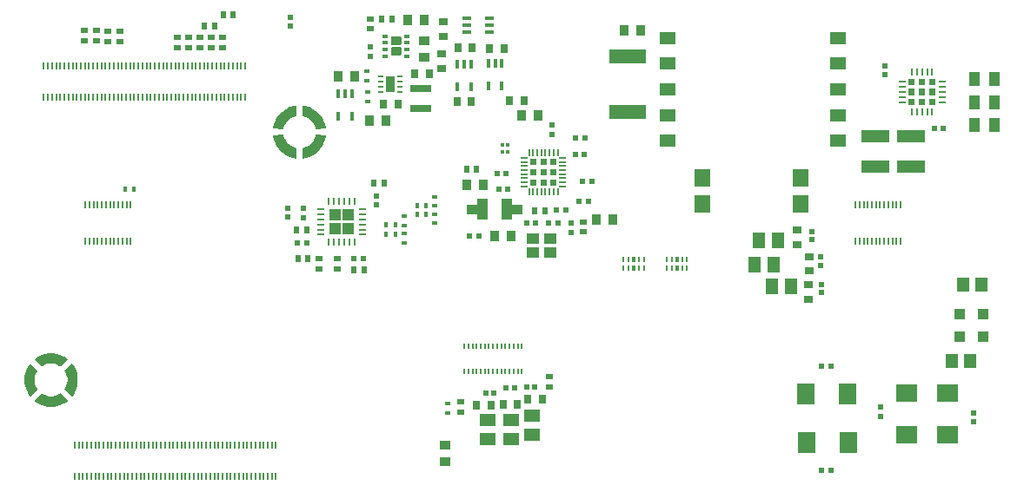
<source format=gtp>
G04*
G04 #@! TF.GenerationSoftware,Altium Limited,Altium Designer,20.0.13 (296)*
G04*
G04 Layer_Color=8421504*
%FSLAX44Y44*%
%MOMM*%
G71*
G01*
G75*
%ADD20R,0.6200X0.6200*%
%ADD21R,0.9000X1.0000*%
%ADD22R,0.6200X0.6200*%
%ADD23R,0.5500X0.6500*%
%ADD24R,0.5500X0.4500*%
%ADD25R,0.4500X0.5500*%
%ADD26R,0.7000X0.9000*%
%ADD27R,0.5200X0.5200*%
%ADD28R,0.9000X0.7000*%
%ADD29R,0.6500X0.5500*%
%ADD30R,0.2500X0.7000*%
%ADD31R,0.7000X0.2500*%
%ADD32R,2.0000X0.8000*%
%ADD33R,0.5000X0.2800*%
%ADD34R,0.9000X1.6000*%
%ADD35R,2.7000X1.1500*%
%ADD36R,1.5200X1.7800*%
%ADD37R,1.3000X1.5000*%
%ADD38R,1.5000X1.3000*%
%ADD39R,0.3500X0.8500*%
%ADD40R,1.0000X0.9000*%
G04:AMPARAMS|DCode=41|XSize=0.5mm|YSize=0.4mm|CornerRadius=0mm|HoleSize=0mm|Usage=FLASHONLY|Rotation=180.000|XOffset=0mm|YOffset=0mm|HoleType=Round|Shape=RoundedRectangle|*
%AMROUNDEDRECTD41*
21,1,0.5000,0.4000,0,0,180.0*
21,1,0.5000,0.4000,0,0,180.0*
1,1,0.0000,-0.2500,0.2000*
1,1,0.0000,0.2500,0.2000*
1,1,0.0000,0.2500,-0.2000*
1,1,0.0000,-0.2500,-0.2000*
%
%ADD41ROUNDEDRECTD41*%
%ADD42R,0.3600X0.3200*%
%ADD43R,1.0500X1.4000*%
%ADD44R,1.7780X2.1590*%
%ADD45R,0.1500X0.6500*%
%ADD46R,0.2200X0.5000*%
%ADD47R,0.5200X0.5200*%
%ADD48R,0.8500X0.3500*%
%ADD49R,3.5600X1.4000*%
G04:AMPARAMS|DCode=50|XSize=0.2mm|YSize=0.565mm|CornerRadius=0.05mm|HoleSize=0mm|Usage=FLASHONLY|Rotation=0.000|XOffset=0mm|YOffset=0mm|HoleType=Round|Shape=RoundedRectangle|*
%AMROUNDEDRECTD50*
21,1,0.2000,0.4650,0,0,0.0*
21,1,0.1000,0.5650,0,0,0.0*
1,1,0.1000,0.0500,-0.2325*
1,1,0.1000,-0.0500,-0.2325*
1,1,0.1000,-0.0500,0.2325*
1,1,0.1000,0.0500,0.2325*
%
%ADD50ROUNDEDRECTD50*%
G04:AMPARAMS|DCode=51|XSize=0.4mm|YSize=0.565mm|CornerRadius=0.05mm|HoleSize=0mm|Usage=FLASHONLY|Rotation=0.000|XOffset=0mm|YOffset=0mm|HoleType=Round|Shape=RoundedRectangle|*
%AMROUNDEDRECTD51*
21,1,0.4000,0.4650,0,0,0.0*
21,1,0.3000,0.5650,0,0,0.0*
1,1,0.1000,0.1500,-0.2325*
1,1,0.1000,-0.1500,-0.2325*
1,1,0.1000,-0.1500,0.2325*
1,1,0.1000,0.1500,0.2325*
%
%ADD51ROUNDEDRECTD51*%
%ADD52R,1.5500X1.2700*%
%ADD53R,0.2500X0.7500*%
%ADD54R,0.7500X0.2500*%
%ADD55R,1.1500X1.4500*%
%ADD56R,1.2000X1.0000*%
%ADD57R,1.0000X2.0000*%
%ADD58R,0.1800X0.7000*%
%ADD59R,2.1590X1.7780*%
%ADD60O,0.7000X0.2000*%
%ADD61O,0.2000X0.7000*%
%ADD62R,1.0000X1.0000*%
G36*
X469414Y461432D02*
X469696Y461151D01*
X469848Y460783D01*
Y460584D01*
Y454584D01*
Y454385D01*
X469696Y454018D01*
X469414Y453737D01*
X469047Y453584D01*
X460649D01*
X460282Y453737D01*
X460000Y454018D01*
X459848Y454385D01*
Y454584D01*
Y460584D01*
Y460783D01*
X460000Y461151D01*
X460282Y461432D01*
X460649Y461584D01*
X469047D01*
X469414Y461432D01*
D02*
G37*
G36*
Y450932D02*
X469696Y450651D01*
X469848Y450283D01*
Y450084D01*
Y444084D01*
Y443885D01*
X469696Y443518D01*
X469414Y443237D01*
X469047Y443084D01*
X460649D01*
X460282Y443237D01*
X460000Y443518D01*
X459848Y443885D01*
Y444084D01*
Y450084D01*
Y450283D01*
X460000Y450651D01*
X460282Y450932D01*
X460649Y451084D01*
X469047D01*
X469414Y450932D01*
D02*
G37*
G36*
X990000Y414500D02*
X984000D01*
Y420500D01*
X990000D01*
Y414500D01*
D02*
G37*
G36*
X980000D02*
X974000D01*
Y420500D01*
X980000D01*
Y414500D01*
D02*
G37*
G36*
X970000D02*
X964000D01*
Y420500D01*
X970000D01*
Y414500D01*
D02*
G37*
G36*
X990000Y404500D02*
X984000D01*
Y410500D01*
X990000D01*
Y404500D01*
D02*
G37*
G36*
X980000D02*
X974000D01*
Y410500D01*
X980000D01*
Y404500D01*
D02*
G37*
G36*
X970000D02*
X964000D01*
Y410500D01*
X970000D01*
Y404500D01*
D02*
G37*
G36*
X990000Y394500D02*
X984000D01*
Y400500D01*
X990000D01*
Y394500D01*
D02*
G37*
G36*
X980000D02*
X974000D01*
Y400500D01*
X980000D01*
Y394500D01*
D02*
G37*
G36*
X970000D02*
X964000D01*
Y400500D01*
X970000D01*
Y394500D01*
D02*
G37*
G36*
X376063Y394043D02*
X380206Y392816D01*
X384090Y390922D01*
X387607Y388412D01*
X390662Y385357D01*
X393172Y381839D01*
X395066Y377956D01*
X396293Y373813D01*
X396556Y371669D01*
X386507Y371278D01*
Y371278D01*
X386249Y372472D01*
X385464Y374784D01*
X384337Y376949D01*
X382894Y378918D01*
X381168Y380644D01*
X379199Y382087D01*
X377034Y383214D01*
X374722Y383999D01*
X373528Y384257D01*
X373919Y394306D01*
X376063Y394043D01*
D02*
G37*
G36*
X367972Y384257D02*
X366778Y383999D01*
X364466Y383214D01*
X362301Y382087D01*
X360332Y380644D01*
X358606Y378918D01*
X357163Y376949D01*
X356036Y374784D01*
X355251Y372472D01*
X354993Y371278D01*
X344944Y371669D01*
X344944D01*
X345207Y373813D01*
X346434Y377956D01*
X348328Y381839D01*
X350838Y385357D01*
X353893Y388412D01*
X357411Y390922D01*
X361294Y392816D01*
X365437Y394043D01*
X367581Y394306D01*
X367972Y384257D01*
D02*
G37*
G36*
X396556Y365331D02*
Y365331D01*
X396293Y363187D01*
X395066Y359044D01*
X393172Y355161D01*
X390662Y351643D01*
X387607Y348587D01*
X384090Y346078D01*
X380206Y344184D01*
X376063Y342957D01*
X373919Y342694D01*
X373528Y352743D01*
X373528D01*
X373528Y352743D01*
Y352743D01*
X374722Y353001D01*
X377034Y353786D01*
X379199Y354913D01*
X381168Y356356D01*
X382894Y358082D01*
X384337Y360051D01*
X385464Y362216D01*
X386249Y364528D01*
X386507Y365722D01*
X396556Y365331D01*
D02*
G37*
G36*
X354993Y365722D02*
X355251Y364528D01*
X356036Y362216D01*
X357163Y360051D01*
X358606Y358082D01*
X360332Y356356D01*
X362301Y354913D01*
X364466Y353786D01*
X366778Y353001D01*
X367972Y352743D01*
X367581Y342694D01*
X367581Y342694D01*
X365437Y342957D01*
X361294Y344184D01*
X357411Y346078D01*
X353893Y348587D01*
X350838Y351643D01*
X348328Y355161D01*
X346434Y359044D01*
X345207Y363187D01*
X344944Y365331D01*
X354993Y365722D01*
D01*
X354993D01*
X354993D01*
D02*
G37*
G36*
X621230Y336250D02*
X615230D01*
Y342250D01*
X621230D01*
Y336250D01*
D02*
G37*
G36*
X611230D02*
X605230D01*
Y342250D01*
X611230D01*
Y336250D01*
D02*
G37*
G36*
X601230D02*
X595230D01*
Y342250D01*
X601230D01*
Y336250D01*
D02*
G37*
G36*
X621230Y326250D02*
X615230D01*
Y332250D01*
X621230D01*
Y326250D01*
D02*
G37*
G36*
X611230D02*
X605230D01*
Y332250D01*
X611230D01*
Y326250D01*
D02*
G37*
G36*
X601230D02*
X595230D01*
Y332250D01*
X601230D01*
Y326250D01*
D02*
G37*
G36*
X621230Y316250D02*
X615230D01*
Y322250D01*
X621230D01*
Y316250D01*
D02*
G37*
G36*
X611230D02*
X605230D01*
Y322250D01*
X611230D01*
Y316250D01*
D02*
G37*
G36*
X601230D02*
X595230D01*
Y322250D01*
X601230D01*
Y316250D01*
D02*
G37*
G36*
X587750Y288500D02*
X572250D01*
Y297500D01*
X587750D01*
Y288500D01*
D02*
G37*
G36*
X549250D02*
X533250D01*
Y297500D01*
X549250D01*
Y288500D01*
D02*
G37*
G36*
X423630Y281768D02*
X412631D01*
X412630Y281767D01*
Y292767D01*
X423630D01*
Y281768D01*
D02*
G37*
G36*
X410632Y281767D02*
X410633Y281766D01*
X399633D01*
Y292766D01*
X410632D01*
Y281767D01*
D02*
G37*
G36*
X423629Y268770D02*
X412630D01*
Y279769D01*
X412629Y279770D01*
X423629D01*
Y268770D01*
D02*
G37*
G36*
X410633D02*
X399633D01*
Y279769D01*
X410632D01*
X410633Y279770D01*
Y268770D01*
D02*
G37*
G36*
X135172Y151787D02*
X139257Y150380D01*
X143055Y148318D01*
X144757Y146988D01*
X137927Y139606D01*
X137927D01*
X136901Y140268D01*
X134711Y141348D01*
X132383Y142082D01*
X129971Y142453D01*
X127529D01*
X125117Y142082D01*
X122789Y141348D01*
X120599Y140268D01*
X119573Y139606D01*
X112743Y146988D01*
X114445Y148318D01*
X118243Y150380D01*
X122328Y151787D01*
X126590Y152500D01*
X130910D01*
X135172Y151787D01*
D02*
G37*
G36*
X149238Y142507D02*
X150568Y140805D01*
X152630Y137008D01*
X154037Y132922D01*
X154750Y128660D01*
Y124340D01*
X154037Y120078D01*
X152630Y115992D01*
X150568Y112195D01*
X149238Y110493D01*
X141856Y117323D01*
X142518Y118349D01*
X143598Y120539D01*
X144332Y122867D01*
X144703Y125280D01*
Y127720D01*
X144332Y130133D01*
X143598Y132461D01*
X142518Y134651D01*
X141856Y135677D01*
X149238Y142507D01*
Y142507D01*
D02*
G37*
G36*
X115644Y135677D02*
X115644Y135677D01*
X114982Y134651D01*
X113902Y132461D01*
X113168Y130133D01*
X112797Y127720D01*
Y125280D01*
X113168Y122867D01*
X113902Y120539D01*
X114982Y118349D01*
X115644Y117323D01*
X108262Y110493D01*
X108262D01*
X106932Y112195D01*
X104870Y115992D01*
X103463Y120078D01*
X102750Y124340D01*
Y128660D01*
X103463Y132922D01*
X104870Y137008D01*
X106932Y140805D01*
X108262Y142507D01*
X115644Y135677D01*
D02*
G37*
G36*
X119573Y113394D02*
X120599Y112732D01*
X122789Y111652D01*
X125117Y110918D01*
X127529Y110547D01*
X129971D01*
X132383Y110918D01*
X134711Y111652D01*
X136901Y112732D01*
X137927Y113394D01*
X144757Y106012D01*
X144757Y106012D01*
X143055Y104682D01*
X139257Y102620D01*
X135172Y101213D01*
X130910Y100500D01*
X126590D01*
X122328Y101213D01*
X118243Y102620D01*
X114445Y104682D01*
X112743Y106012D01*
X119573Y113394D01*
Y113394D01*
D02*
G37*
D20*
X879250Y38000D02*
D03*
X888250D02*
D03*
X639776Y362323D02*
D03*
X648776D02*
D03*
X545250Y267000D02*
D03*
X536250D02*
D03*
X432631Y245268D02*
D03*
X423631D02*
D03*
X368500Y260500D02*
D03*
X377500D02*
D03*
X652000Y300750D02*
D03*
X643000D02*
D03*
X629950Y292250D02*
D03*
X620950D02*
D03*
X564859Y313040D02*
D03*
X573859D02*
D03*
X562977Y327674D02*
D03*
X571977D02*
D03*
X648346Y346329D02*
D03*
X639346D02*
D03*
X655597Y320250D02*
D03*
X646597D02*
D03*
X600730Y279250D02*
D03*
X591730D02*
D03*
X613230D02*
D03*
X622230D02*
D03*
X888250Y140100D02*
D03*
X879250D02*
D03*
X997995Y371844D02*
D03*
X988995D02*
D03*
D21*
X587139Y384379D02*
D03*
X603139D02*
D03*
X424250Y423000D02*
D03*
X408250D02*
D03*
X439000Y379750D02*
D03*
X455000D02*
D03*
X476500Y478000D02*
D03*
X492500D02*
D03*
X560500Y267000D02*
D03*
X576500D02*
D03*
X687000Y467500D02*
D03*
X703000D02*
D03*
X676000Y283000D02*
D03*
X660000D02*
D03*
X534037Y317180D02*
D03*
X550037D02*
D03*
D22*
X616815Y366287D02*
D03*
Y375287D02*
D03*
X361750Y480500D02*
D03*
Y471500D02*
D03*
X635000Y270500D02*
D03*
Y279500D02*
D03*
X941000Y424000D02*
D03*
Y433000D02*
D03*
X439848Y442084D02*
D03*
Y451084D02*
D03*
X359042Y285286D02*
D03*
Y294286D02*
D03*
X446000Y306250D02*
D03*
Y297250D02*
D03*
X374883Y285028D02*
D03*
Y294028D02*
D03*
X1027470Y85409D02*
D03*
Y94409D02*
D03*
X936290Y91000D02*
D03*
Y100000D02*
D03*
D23*
X453250Y318601D02*
D03*
X443250D02*
D03*
X434000Y233500D02*
D03*
X424000D02*
D03*
X296239Y482470D02*
D03*
X306239D02*
D03*
X288196Y471498D02*
D03*
X278196D02*
D03*
X450750Y478500D02*
D03*
X460750D02*
D03*
X533250Y332250D02*
D03*
X543250D02*
D03*
X367750Y272500D02*
D03*
X377750D02*
D03*
X379000Y244500D02*
D03*
X369000D02*
D03*
X609564Y291598D02*
D03*
X599564D02*
D03*
D24*
X515388Y94540D02*
D03*
Y103540D02*
D03*
X436750Y398250D02*
D03*
Y407250D02*
D03*
X436140Y418761D02*
D03*
Y427761D02*
D03*
X502631Y279268D02*
D03*
Y288268D02*
D03*
Y305268D02*
D03*
Y296268D02*
D03*
X472750Y277250D02*
D03*
Y286250D02*
D03*
Y260250D02*
D03*
Y269250D02*
D03*
D25*
X209500Y312500D02*
D03*
X200500D02*
D03*
X464250Y277750D02*
D03*
X455250D02*
D03*
X494131Y296768D02*
D03*
X485131D02*
D03*
X494131Y287768D02*
D03*
X485131D02*
D03*
X464250Y268750D02*
D03*
X455250D02*
D03*
D26*
X583000Y103000D02*
D03*
X569000D02*
D03*
X593000Y107500D02*
D03*
X607000D02*
D03*
X466500Y396000D02*
D03*
X452500D02*
D03*
X483049Y425000D02*
D03*
X497049D02*
D03*
X538921Y450539D02*
D03*
X524921D02*
D03*
X538001Y398500D02*
D03*
X524001D02*
D03*
X575250Y398750D02*
D03*
X589250D02*
D03*
X569750Y449607D02*
D03*
X555750D02*
D03*
X543150Y102235D02*
D03*
X557150D02*
D03*
D27*
X870000Y271500D02*
D03*
Y263500D02*
D03*
X878425Y238514D02*
D03*
Y246514D02*
D03*
X879000Y211750D02*
D03*
Y219750D02*
D03*
D28*
X855311Y258885D02*
D03*
Y272885D02*
D03*
X867500Y247000D02*
D03*
Y233000D02*
D03*
X866250Y219250D02*
D03*
Y205250D02*
D03*
X509455Y430750D02*
D03*
Y444750D02*
D03*
X510455Y475965D02*
D03*
Y461964D02*
D03*
D29*
X613855Y130011D02*
D03*
Y120011D02*
D03*
X527363Y94970D02*
D03*
Y104971D02*
D03*
X262500Y450500D02*
D03*
Y460500D02*
D03*
X273500Y450500D02*
D03*
Y460500D02*
D03*
X284750Y450500D02*
D03*
Y460500D02*
D03*
X251500Y450500D02*
D03*
Y460500D02*
D03*
X295500Y450500D02*
D03*
Y460500D02*
D03*
X184000Y467000D02*
D03*
Y457000D02*
D03*
X196000Y467000D02*
D03*
Y457000D02*
D03*
X173000Y467500D02*
D03*
Y457500D02*
D03*
X161500Y467500D02*
D03*
Y457500D02*
D03*
X647000Y280750D02*
D03*
Y270750D02*
D03*
X439500Y469000D02*
D03*
Y479000D02*
D03*
X390131Y245018D02*
D03*
Y235018D02*
D03*
X407381Y245018D02*
D03*
Y235018D02*
D03*
D30*
X967000Y388000D02*
D03*
X972000D02*
D03*
X977000D02*
D03*
X982000D02*
D03*
X987000D02*
D03*
Y427000D02*
D03*
X982000D02*
D03*
X977000D02*
D03*
X972000D02*
D03*
X967000D02*
D03*
D31*
X996500Y397500D02*
D03*
Y402500D02*
D03*
Y407500D02*
D03*
Y412500D02*
D03*
Y417500D02*
D03*
X957500D02*
D03*
Y412500D02*
D03*
Y407500D02*
D03*
Y402500D02*
D03*
Y397500D02*
D03*
D32*
X489000Y391000D02*
D03*
Y411000D02*
D03*
D33*
X468500Y407750D02*
D03*
Y412750D02*
D03*
Y417750D02*
D03*
Y422750D02*
D03*
X449500Y407750D02*
D03*
Y412750D02*
D03*
Y417750D02*
D03*
Y422750D02*
D03*
D34*
X459000Y415250D02*
D03*
D35*
X966250Y334500D02*
D03*
Y364500D02*
D03*
X931500D02*
D03*
Y334500D02*
D03*
D36*
X858580Y298550D02*
D03*
Y323950D02*
D03*
X763380Y298550D02*
D03*
Y323950D02*
D03*
D37*
X832500Y239000D02*
D03*
X813500D02*
D03*
X849500Y217500D02*
D03*
X830500D02*
D03*
X818000Y262500D02*
D03*
X837000D02*
D03*
D38*
X597500Y92000D02*
D03*
Y73000D02*
D03*
X577000Y87500D02*
D03*
Y68500D02*
D03*
X554250Y87500D02*
D03*
Y68500D02*
D03*
D39*
X524501Y412500D02*
D03*
Y434500D02*
D03*
X537501Y412500D02*
D03*
Y434500D02*
D03*
X531001D02*
D03*
X408500Y383500D02*
D03*
Y405500D02*
D03*
X421500Y383500D02*
D03*
Y405500D02*
D03*
X415000D02*
D03*
X554750Y413251D02*
D03*
Y435251D02*
D03*
X567750Y413251D02*
D03*
Y435251D02*
D03*
X561250D02*
D03*
D40*
X492107Y457016D02*
D03*
Y441016D02*
D03*
X512500Y63000D02*
D03*
Y47000D02*
D03*
D41*
X475348Y442584D02*
D03*
Y449084D02*
D03*
Y455584D02*
D03*
Y462084D02*
D03*
X454348D02*
D03*
Y455584D02*
D03*
Y449084D02*
D03*
Y442584D02*
D03*
D42*
X568219Y348924D02*
D03*
X573819D02*
D03*
X568200Y355500D02*
D03*
X573800D02*
D03*
D43*
X1047500Y420000D02*
D03*
X1028500D02*
D03*
Y375000D02*
D03*
X1047500D02*
D03*
X1028500Y397000D02*
D03*
X1047500D02*
D03*
D44*
X904570Y112750D02*
D03*
X863930D02*
D03*
X905300Y65529D02*
D03*
X864660D02*
D03*
D45*
X162229Y297250D02*
D03*
X166229D02*
D03*
X170229D02*
D03*
X174230D02*
D03*
X178230D02*
D03*
X182229D02*
D03*
X186229D02*
D03*
X190229D02*
D03*
X194230D02*
D03*
X198230D02*
D03*
X202229D02*
D03*
X206229D02*
D03*
X162229Y261751D02*
D03*
X166229D02*
D03*
X170229D02*
D03*
X174230D02*
D03*
X178230D02*
D03*
X182229D02*
D03*
X186229D02*
D03*
X190229D02*
D03*
X194230D02*
D03*
X198230D02*
D03*
X202229D02*
D03*
X206229D02*
D03*
X956230Y261750D02*
D03*
X952230D02*
D03*
X948230D02*
D03*
X944230D02*
D03*
X940230D02*
D03*
X936230D02*
D03*
X932230D02*
D03*
X928230D02*
D03*
X924230D02*
D03*
X920230D02*
D03*
X916230D02*
D03*
X912230D02*
D03*
X956230Y297250D02*
D03*
X952230D02*
D03*
X948230D02*
D03*
X944230D02*
D03*
X940230D02*
D03*
X936230D02*
D03*
X932230D02*
D03*
X928230D02*
D03*
X924230D02*
D03*
X920230D02*
D03*
X916230D02*
D03*
X912230D02*
D03*
D46*
X551230Y135120D02*
D03*
X547229D02*
D03*
X531230Y159121D02*
D03*
X535229D02*
D03*
X539230D02*
D03*
X543229D02*
D03*
X547229D02*
D03*
X551230D02*
D03*
X555229D02*
D03*
X559230D02*
D03*
X563229D02*
D03*
X567229D02*
D03*
X571230D02*
D03*
X575229D02*
D03*
X579230D02*
D03*
X583229D02*
D03*
X587229D02*
D03*
Y135120D02*
D03*
X583229D02*
D03*
X579230D02*
D03*
X575229D02*
D03*
X571230D02*
D03*
X567229D02*
D03*
X563229D02*
D03*
X559230D02*
D03*
X555229D02*
D03*
X543229D02*
D03*
X539230D02*
D03*
X535229D02*
D03*
X531230D02*
D03*
D47*
X592000Y120000D02*
D03*
X600000D02*
D03*
X560263Y113788D02*
D03*
X552263D02*
D03*
X580000Y119000D02*
D03*
X572000D02*
D03*
D48*
X533455Y466250D02*
D03*
Y472750D02*
D03*
Y479250D02*
D03*
X555455D02*
D03*
Y472750D02*
D03*
Y466250D02*
D03*
D49*
X690000Y387900D02*
D03*
Y442500D02*
D03*
D50*
X686000Y235575D02*
D03*
X691000D02*
D03*
X701000D02*
D03*
X706000D02*
D03*
Y243925D02*
D03*
X701000D02*
D03*
X691000D02*
D03*
X686000D02*
D03*
X728250Y235900D02*
D03*
X733250D02*
D03*
X743250D02*
D03*
X748250D02*
D03*
Y244250D02*
D03*
X743250D02*
D03*
X733250D02*
D03*
X728250D02*
D03*
D51*
X696000Y235575D02*
D03*
Y243925D02*
D03*
X738250Y235900D02*
D03*
Y244250D02*
D03*
D52*
X895000Y360000D02*
D03*
Y385000D02*
D03*
Y410000D02*
D03*
Y435000D02*
D03*
Y460000D02*
D03*
X729500Y360000D02*
D03*
Y385000D02*
D03*
Y410000D02*
D03*
Y435000D02*
D03*
Y460000D02*
D03*
D53*
X399131Y300768D02*
D03*
X404131D02*
D03*
X409131D02*
D03*
X414131D02*
D03*
X419131D02*
D03*
X424131D02*
D03*
Y260768D02*
D03*
X419131D02*
D03*
X414131D02*
D03*
X409131D02*
D03*
X404131D02*
D03*
X399131D02*
D03*
D54*
X431631Y293268D02*
D03*
Y288268D02*
D03*
Y283268D02*
D03*
Y278268D02*
D03*
Y273268D02*
D03*
Y268268D02*
D03*
X391631D02*
D03*
Y273268D02*
D03*
Y278268D02*
D03*
Y283268D02*
D03*
Y288268D02*
D03*
Y293268D02*
D03*
D55*
X1006068Y144950D02*
D03*
X1024068D02*
D03*
X1017000Y219240D02*
D03*
X1035000D02*
D03*
D56*
X598230Y251250D02*
D03*
X615230Y264250D02*
D03*
X598230D02*
D03*
X615230Y251250D02*
D03*
D57*
X549250Y293000D02*
D03*
X572250D02*
D03*
D58*
X317750Y402100D02*
D03*
X313750D02*
D03*
X309750D02*
D03*
X305750D02*
D03*
X301750D02*
D03*
X297750D02*
D03*
X293750D02*
D03*
X289750D02*
D03*
X285750D02*
D03*
X281750D02*
D03*
X277750D02*
D03*
X273750D02*
D03*
X269750D02*
D03*
X265750D02*
D03*
X261750D02*
D03*
X257750D02*
D03*
X253750D02*
D03*
X249750D02*
D03*
X245750D02*
D03*
X241750D02*
D03*
X237750D02*
D03*
X233750D02*
D03*
X229750D02*
D03*
X225750D02*
D03*
X221750D02*
D03*
X217750D02*
D03*
X213750D02*
D03*
X209750D02*
D03*
X205750D02*
D03*
X201750D02*
D03*
X197750D02*
D03*
X193750D02*
D03*
X189750D02*
D03*
X185750D02*
D03*
X181750D02*
D03*
X177750D02*
D03*
X173750D02*
D03*
X169750D02*
D03*
X165750D02*
D03*
X161750D02*
D03*
X157750D02*
D03*
X153750D02*
D03*
X149750D02*
D03*
X145750D02*
D03*
X141750D02*
D03*
X137750D02*
D03*
X133750D02*
D03*
X129750D02*
D03*
X125750D02*
D03*
X121750D02*
D03*
X317750Y432900D02*
D03*
X313750D02*
D03*
X309750D02*
D03*
X305750D02*
D03*
X301750D02*
D03*
X297750D02*
D03*
X293750D02*
D03*
X289750D02*
D03*
X285750D02*
D03*
X281750D02*
D03*
X277750D02*
D03*
X273750D02*
D03*
X269750D02*
D03*
X265750D02*
D03*
X261750D02*
D03*
X257750D02*
D03*
X253750D02*
D03*
X249750D02*
D03*
X245750D02*
D03*
X241750D02*
D03*
X237750D02*
D03*
X233750D02*
D03*
X229750D02*
D03*
X225750D02*
D03*
X221750D02*
D03*
X217750D02*
D03*
X213750D02*
D03*
X209750D02*
D03*
X205750D02*
D03*
X201750D02*
D03*
X197750D02*
D03*
X193750D02*
D03*
X189750D02*
D03*
X185750D02*
D03*
X181750D02*
D03*
X177750D02*
D03*
X173750D02*
D03*
X169750D02*
D03*
X165750D02*
D03*
X161750D02*
D03*
X157750D02*
D03*
X153750D02*
D03*
X149750D02*
D03*
X145750D02*
D03*
X141750D02*
D03*
X137750D02*
D03*
X133750D02*
D03*
X129750D02*
D03*
X125750D02*
D03*
X121750D02*
D03*
X347750Y32100D02*
D03*
X343750D02*
D03*
X339750D02*
D03*
X335750D02*
D03*
X331750D02*
D03*
X327750D02*
D03*
X323750D02*
D03*
X319750D02*
D03*
X315750D02*
D03*
X311750D02*
D03*
X307750D02*
D03*
X303750D02*
D03*
X299750D02*
D03*
X295750D02*
D03*
X291750D02*
D03*
X287750D02*
D03*
X283750D02*
D03*
X279750D02*
D03*
X275750D02*
D03*
X271750D02*
D03*
X267750D02*
D03*
X263750D02*
D03*
X259750D02*
D03*
X255750D02*
D03*
X251750D02*
D03*
X247750D02*
D03*
X243750D02*
D03*
X239750D02*
D03*
X235750D02*
D03*
X231750D02*
D03*
X227750D02*
D03*
X223750D02*
D03*
X219750D02*
D03*
X215750D02*
D03*
X211750D02*
D03*
X207750D02*
D03*
X203750D02*
D03*
X199750D02*
D03*
X195750D02*
D03*
X191750D02*
D03*
X187750D02*
D03*
X183750D02*
D03*
X179750D02*
D03*
X175750D02*
D03*
X171750D02*
D03*
X167750D02*
D03*
X163750D02*
D03*
X159750D02*
D03*
X155750D02*
D03*
X151750D02*
D03*
X347750Y62900D02*
D03*
X343750D02*
D03*
X339750D02*
D03*
X335750D02*
D03*
X331750D02*
D03*
X327750D02*
D03*
X323750D02*
D03*
X319750D02*
D03*
X315750D02*
D03*
X311750D02*
D03*
X307750D02*
D03*
X303750D02*
D03*
X299750D02*
D03*
X295750D02*
D03*
X291750D02*
D03*
X287750D02*
D03*
X283750D02*
D03*
X279750D02*
D03*
X275750D02*
D03*
X271750D02*
D03*
X267750D02*
D03*
X263750D02*
D03*
X259750D02*
D03*
X255750D02*
D03*
X251750D02*
D03*
X247750D02*
D03*
X243750D02*
D03*
X239750D02*
D03*
X235750D02*
D03*
X231750D02*
D03*
X227750D02*
D03*
X223750D02*
D03*
X219750D02*
D03*
X215750D02*
D03*
X211750D02*
D03*
X207750D02*
D03*
X203750D02*
D03*
X199750D02*
D03*
X195750D02*
D03*
X191750D02*
D03*
X187750D02*
D03*
X183750D02*
D03*
X179750D02*
D03*
X175750D02*
D03*
X171750D02*
D03*
X167750D02*
D03*
X163750D02*
D03*
X159750D02*
D03*
X155750D02*
D03*
X151750D02*
D03*
D59*
X962000Y72680D02*
D03*
Y113320D02*
D03*
X1002000Y72680D02*
D03*
Y113320D02*
D03*
D60*
X626980Y315250D02*
D03*
Y319250D02*
D03*
Y323250D02*
D03*
Y327250D02*
D03*
Y331250D02*
D03*
Y335250D02*
D03*
Y339250D02*
D03*
Y343250D02*
D03*
X589480D02*
D03*
Y339250D02*
D03*
Y335250D02*
D03*
Y331250D02*
D03*
Y327250D02*
D03*
Y323250D02*
D03*
Y319250D02*
D03*
Y315250D02*
D03*
D61*
X622230Y348000D02*
D03*
X618230D02*
D03*
X614230D02*
D03*
X610230D02*
D03*
X606230D02*
D03*
X602230D02*
D03*
X598230D02*
D03*
X594230D02*
D03*
Y310500D02*
D03*
X598230D02*
D03*
X602230D02*
D03*
X606230D02*
D03*
X610230D02*
D03*
X614230D02*
D03*
X618230D02*
D03*
X622230D02*
D03*
D62*
X1013730Y168500D02*
D03*
Y190500D02*
D03*
X1036730Y168500D02*
D03*
Y190500D02*
D03*
M02*

</source>
